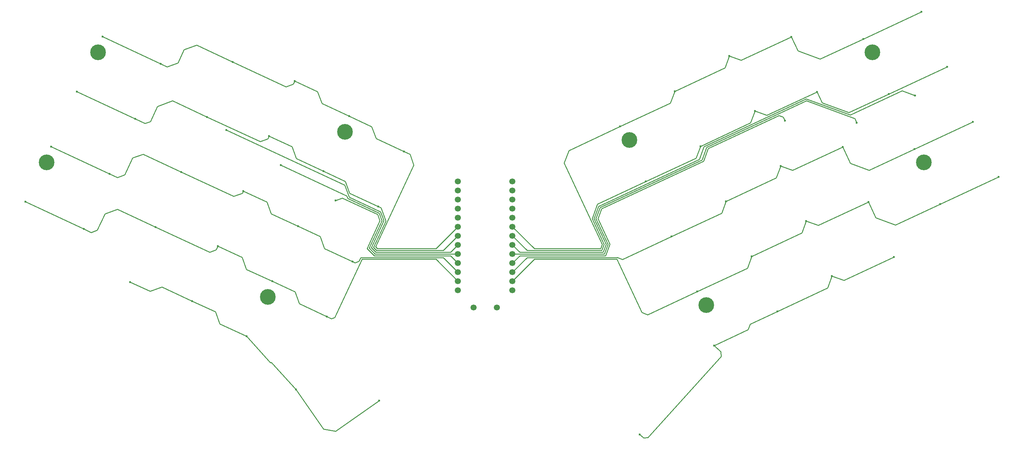
<source format=gtl>
%TF.GenerationSoftware,KiCad,Pcbnew,8.0.7*%
%TF.CreationDate,2024-12-23T04:42:48-05:00*%
%TF.ProjectId,choc,63686f63-2e6b-4696-9361-645f70636258,v1.0.0*%
%TF.SameCoordinates,Original*%
%TF.FileFunction,Copper,L1,Top*%
%TF.FilePolarity,Positive*%
%FSLAX46Y46*%
G04 Gerber Fmt 4.6, Leading zero omitted, Abs format (unit mm)*
G04 Created by KiCad (PCBNEW 8.0.7) date 2024-12-23 04:42:48*
%MOMM*%
%LPD*%
G01*
G04 APERTURE LIST*
%TA.AperFunction,ComponentPad*%
%ADD10C,0.600000*%
%TD*%
%TA.AperFunction,ComponentPad*%
%ADD11C,0.700000*%
%TD*%
%TA.AperFunction,ComponentPad*%
%ADD12C,4.400000*%
%TD*%
%TA.AperFunction,ComponentPad*%
%ADD13C,1.700000*%
%TD*%
%TA.AperFunction,Conductor*%
%ADD14C,0.250000*%
%TD*%
G04 APERTURE END LIST*
D10*
X257262276Y-141947846D03*
X151848323Y-129196381D03*
X167993293Y-179756645D03*
X271631297Y-172762313D03*
D11*
X272694739Y-177231620D03*
X272639655Y-175969968D03*
X273625817Y-178084794D03*
X274887469Y-178029710D03*
D12*
X274190149Y-176534300D03*
D11*
X273492829Y-175038890D03*
X274754481Y-174983806D03*
X275740643Y-177098632D03*
X275685559Y-175836980D03*
D10*
X334392485Y-94395975D03*
X332588307Y-117856521D03*
X159332066Y-200174575D03*
X326699882Y-163082388D03*
X127293721Y-139262256D03*
X287776264Y-122202046D03*
X309329799Y-168423748D03*
X305146351Y-116860691D03*
X182626949Y-203291502D03*
X272519269Y-132074946D03*
D13*
X219932598Y-141892014D03*
X219932597Y-144432014D03*
X219932599Y-146972014D03*
X219932598Y-149512014D03*
X219932598Y-152052016D03*
X219932598Y-154592014D03*
X219932595Y-157132013D03*
X219932598Y-159672016D03*
X219932599Y-162212015D03*
X219932599Y-164752015D03*
X219932598Y-167292015D03*
X219932598Y-169832017D03*
X219932598Y-172372014D03*
X204692598Y-172372016D03*
X204692599Y-169832016D03*
X204692597Y-167292016D03*
X204692598Y-164752016D03*
X204692598Y-162212014D03*
X204692598Y-159672016D03*
X204692601Y-157132017D03*
X204692598Y-154592014D03*
X204692597Y-152052015D03*
X204692597Y-149512015D03*
X204692598Y-146972015D03*
X204692598Y-144432013D03*
X204692598Y-141892016D03*
D10*
X276367242Y-187875524D03*
X325263457Y-117410332D03*
D13*
X209062591Y-177227013D03*
X215562591Y-177227017D03*
D10*
X107176622Y-139811893D03*
X144663811Y-144603617D03*
X145551785Y-185290978D03*
X355946020Y-140617671D03*
D11*
X319142390Y-106472409D03*
X319087306Y-105210757D03*
X320073468Y-107325583D03*
X321335120Y-107270499D03*
D12*
X320637800Y-105775089D03*
D11*
X319940480Y-104279679D03*
X321202132Y-104224595D03*
X322188294Y-106339421D03*
X322133210Y-105077769D03*
D10*
X155158298Y-137360120D03*
X250077766Y-126540613D03*
X167105317Y-139069277D03*
X90863079Y-132204768D03*
X114361129Y-124404664D03*
D11*
X102491981Y-105077766D03*
X102436898Y-106339418D03*
X103423059Y-104224593D03*
X104684711Y-104279676D03*
D12*
X103987391Y-105775086D03*
D11*
X103290071Y-107270496D03*
X104551723Y-107325579D03*
X105537884Y-105210754D03*
X105482801Y-106472406D03*
D10*
X130294792Y-175418077D03*
X339632477Y-148224797D03*
X312330863Y-132267920D03*
X141662746Y-108447792D03*
X319515372Y-147675154D03*
X294960780Y-137609282D03*
X279703781Y-147482180D03*
D11*
X149996175Y-173571213D03*
X149941092Y-174832865D03*
X150927253Y-172718040D03*
X152188905Y-172773123D03*
D12*
X151491585Y-174268533D03*
D11*
X150794265Y-175763943D03*
X152055917Y-175819026D03*
X153042078Y-173704201D03*
X152986995Y-174965853D03*
D10*
X318078943Y-102003103D03*
D11*
X88122959Y-135892232D03*
X88067876Y-137153884D03*
X89054037Y-135039059D03*
X90315689Y-135094142D03*
D12*
X89618369Y-136589552D03*
D11*
X88921049Y-138084962D03*
X90182701Y-138140045D03*
X91168862Y-136025220D03*
X91113779Y-137286872D03*
D10*
X134478233Y-123855024D03*
X120109212Y-154669485D03*
D11*
X171549704Y-127349515D03*
X171494621Y-128611167D03*
X172480782Y-126496342D03*
X173742434Y-126551425D03*
D12*
X173045114Y-128046835D03*
D11*
X172347794Y-129542245D03*
X173609446Y-129597328D03*
X174595607Y-127482503D03*
X174540524Y-128744155D03*
D10*
X98047588Y-116797535D03*
X280591753Y-106794816D03*
X255555207Y-212784189D03*
X99992106Y-155219129D03*
X294072802Y-178296643D03*
X105232097Y-101390308D03*
X316274760Y-125463652D03*
X297961840Y-101453457D03*
X189546819Y-133534949D03*
X137479302Y-160010850D03*
X341576997Y-109803206D03*
X152736291Y-169883749D03*
D11*
X251141208Y-131009920D03*
X251086124Y-129748268D03*
X252072286Y-131863094D03*
X253333938Y-131808010D03*
D12*
X252636618Y-130312600D03*
D11*
X251939298Y-128817190D03*
X253200950Y-128762106D03*
X254187112Y-130876932D03*
X254132028Y-129615280D03*
D10*
X332447966Y-132817567D03*
X121545642Y-108997430D03*
X296157662Y-124914013D03*
X302145291Y-153016515D03*
X159920804Y-154476514D03*
X348761504Y-125210436D03*
X182362310Y-148942182D03*
X286888290Y-162889410D03*
X264446790Y-157355081D03*
X139901301Y-127487220D03*
X265334762Y-116667713D03*
D11*
X333511411Y-137286872D03*
X333456327Y-136025220D03*
X334442489Y-138140046D03*
X335704141Y-138084962D03*
D12*
X335006821Y-136589552D03*
D11*
X334309501Y-135094142D03*
X335571153Y-135039058D03*
X336557315Y-137153884D03*
X336502231Y-135892232D03*
D10*
X83678565Y-147612006D03*
X159032828Y-113789150D03*
X112924701Y-170076719D03*
X174289826Y-123662046D03*
X170415290Y-147233013D03*
X175177801Y-164349411D03*
D14*
X244010966Y-148871814D02*
X244073463Y-148842670D01*
X273481944Y-132177734D02*
X302149195Y-118809977D01*
X314463079Y-123291863D02*
X328955077Y-116534134D01*
X302149195Y-118809977D02*
X314463079Y-123291863D01*
X246101787Y-159510181D02*
X245301032Y-161710236D01*
X244073463Y-148842670D02*
X272188075Y-135732613D01*
X221972597Y-161712015D02*
X245297214Y-161712016D01*
X244039833Y-148858353D02*
X242766331Y-152357273D01*
X245301032Y-161710236D02*
X245297214Y-161712016D01*
X219932598Y-159672016D02*
X221972597Y-161712015D01*
X272188075Y-135732613D02*
X273481944Y-132177734D01*
X328955077Y-116534134D02*
X332588307Y-117856521D01*
X242766331Y-152357273D02*
X246101787Y-159510181D01*
X244073463Y-148842670D02*
X244039833Y-148858353D01*
X274295004Y-132350287D02*
X273001135Y-135905165D01*
X219932600Y-162212016D02*
X245626921Y-162212017D01*
X246642468Y-159486575D02*
X245655306Y-162198780D01*
X302172802Y-119350658D02*
X274295004Y-132350287D01*
X273001135Y-135905165D02*
X244438845Y-149223979D01*
X315724196Y-124282962D02*
X302172802Y-119350658D01*
X245655306Y-162198780D02*
X245626921Y-162212017D01*
X243307012Y-152333668D02*
X246642468Y-159486575D01*
X244438845Y-149223979D02*
X243307012Y-152333668D01*
X316274760Y-125463652D02*
X315724196Y-124282962D01*
X221972600Y-162712016D02*
X246001776Y-162712016D01*
X219932599Y-164752016D02*
X221972600Y-162712016D01*
X296157662Y-124914013D02*
X295685612Y-123901702D01*
X274694016Y-132715915D02*
X273400147Y-136270792D01*
X273400147Y-136270792D02*
X244885794Y-149567253D01*
X294512114Y-123474584D02*
X274694016Y-132715915D01*
X243870046Y-152357998D02*
X247192266Y-159482520D01*
X247174139Y-159490973D02*
X246001776Y-162712016D01*
X295685612Y-123901702D02*
X294512114Y-123474584D01*
X247192266Y-159482520D02*
X247174139Y-159490973D01*
X244885794Y-149567253D02*
X243870046Y-152357998D01*
X204692597Y-159672017D02*
X202652600Y-161712015D01*
X174246775Y-146332559D02*
X182586132Y-150221264D01*
X182586132Y-150221264D02*
X182980961Y-150405378D01*
X183941334Y-152946586D02*
X183621210Y-152067057D01*
X180439612Y-160456052D02*
X183941334Y-152946586D01*
X180439612Y-160476051D02*
X180439612Y-160456052D01*
X173006280Y-142924327D02*
X174246775Y-146332559D01*
X183621210Y-152067057D02*
X183023655Y-150425284D01*
X202652600Y-161712015D02*
X181675574Y-161712014D01*
X139901301Y-127487220D02*
X173006280Y-142924327D01*
X183023655Y-150425284D02*
X182586132Y-150221264D01*
X181675574Y-161712014D02*
X180439612Y-160476051D01*
X181468470Y-162212015D02*
X179834111Y-160577656D01*
X173691586Y-146269085D02*
X173574651Y-145947808D01*
X204692598Y-162212015D02*
X181468470Y-162212015D01*
X173847763Y-146698187D02*
X173691583Y-146269085D01*
X182624642Y-150790911D02*
X173847763Y-146698187D01*
X179831218Y-160577656D02*
X183400653Y-152922979D01*
X173691583Y-146269085D02*
X173691586Y-146269085D01*
X179834111Y-160577656D02*
X179831218Y-160577656D01*
X183400653Y-152922979D02*
X182624642Y-150790911D01*
X173574651Y-145947808D02*
X155158298Y-137360120D01*
X170415290Y-147233013D02*
X172322758Y-146538751D01*
X179331217Y-160777657D02*
X179232365Y-160678805D01*
X204692600Y-164752017D02*
X202652597Y-162712013D01*
X179331218Y-160784764D02*
X181258467Y-162712015D01*
X179331218Y-160784764D02*
X179331217Y-160777657D01*
X172322758Y-146538751D02*
X182204884Y-151146865D01*
X181258467Y-162712015D02*
X202652597Y-162712013D01*
X179232363Y-160678804D02*
X179232365Y-160678805D01*
X179232363Y-160678804D02*
X182850297Y-152920122D01*
X182204884Y-151146865D02*
X182850297Y-152920122D01*
X204692601Y-169832017D02*
X198572596Y-163712015D01*
X167993293Y-179756645D02*
X169283406Y-180358234D01*
X99992106Y-155219129D02*
X102079987Y-156192723D01*
X103774827Y-155575852D02*
X105927919Y-150958526D01*
X137479302Y-160010850D02*
X136997916Y-161043190D01*
X109422997Y-149686422D02*
X120109212Y-154669485D01*
X159075384Y-172839715D02*
X152736291Y-169883749D01*
X83678565Y-147612006D02*
X99992102Y-155219130D01*
X145517020Y-166517349D02*
X152736291Y-169883749D01*
X102079987Y-156192723D02*
X103774827Y-155575852D01*
X169283406Y-180358234D02*
X170200273Y-180024521D01*
X160284606Y-176162026D02*
X159075384Y-172839715D01*
X135189329Y-161701461D02*
X120109212Y-154669485D01*
X167993293Y-179756645D02*
X160284606Y-176162026D01*
X136997916Y-161043190D02*
X135189329Y-161701461D01*
X170200273Y-180024521D02*
X170209336Y-180028747D01*
X137479302Y-160010850D02*
X144307794Y-163195029D01*
X170209336Y-180028747D02*
X177810805Y-163727346D01*
X177810805Y-163727346D02*
X177852926Y-163712014D01*
X177852926Y-163712014D02*
X198572596Y-163712015D01*
X99992102Y-155219130D02*
X99992106Y-155219129D01*
X144307794Y-163195029D02*
X145517020Y-166517349D01*
X105927919Y-150958526D02*
X109422997Y-149686422D01*
X188981012Y-163212016D02*
X177527970Y-163212014D01*
X159920804Y-154476514D02*
X166096757Y-157356407D01*
X176995632Y-164292387D02*
X177493581Y-163224532D01*
X144663811Y-144603617D02*
X144378691Y-145215061D01*
X144663811Y-144603617D02*
X151247600Y-147673690D01*
X113672838Y-135343300D02*
X111458318Y-140092354D01*
X200612594Y-163212016D02*
X188981012Y-163212016D01*
X152456824Y-150996002D02*
X159920804Y-154476514D01*
X144378691Y-145215061D02*
X144373622Y-145212696D01*
X107176614Y-139811894D02*
X107176622Y-139811893D01*
X177493581Y-163224532D02*
X177527970Y-163212014D01*
X144373622Y-145212696D02*
X141947873Y-146095597D01*
X166096757Y-157356407D02*
X167305978Y-160678719D01*
X175906004Y-164688978D02*
X176995632Y-164292387D01*
X116602661Y-134276932D02*
X113672838Y-135343300D01*
X204692596Y-167292016D02*
X200612594Y-163212016D01*
X109391387Y-140844653D02*
X107176622Y-139811893D01*
X175177801Y-164349411D02*
X175906004Y-164688978D01*
X127293721Y-139262256D02*
X116602661Y-134276932D01*
X151247600Y-147673690D02*
X152456824Y-150996002D01*
X167305978Y-160678719D02*
X175177801Y-164349411D01*
X111458318Y-140092354D02*
X109391387Y-140844653D01*
X90863079Y-132204768D02*
X107176614Y-139811894D01*
X141947873Y-146095597D02*
X127293721Y-139262256D01*
X114361130Y-124404664D02*
X114361129Y-124404664D01*
X120588194Y-120891869D02*
X118614564Y-125124325D01*
X134478233Y-123855024D02*
X124820362Y-119351485D01*
X151472588Y-130002148D02*
X149331770Y-130781343D01*
X182362310Y-148942182D02*
X183149549Y-149309275D01*
X181045287Y-160361726D02*
X181035286Y-160361726D01*
X151848323Y-129196381D02*
X151472588Y-130002148D01*
X183149549Y-149309275D02*
X184482013Y-152970193D01*
X182365874Y-161212016D02*
X181895576Y-161212014D01*
X158232721Y-132173473D02*
X159441947Y-135495793D01*
X181895576Y-161212014D02*
X181045287Y-160361726D01*
X159441947Y-135495793D02*
X167105317Y-139069277D01*
X204692601Y-157132018D02*
X200612602Y-161212015D01*
X151848323Y-129196381D02*
X158232721Y-132173473D01*
X98047588Y-116797535D02*
X114361130Y-124404664D01*
X149331770Y-130781343D02*
X134478233Y-123855024D01*
X167105317Y-139069277D02*
X173163447Y-141894234D01*
X181035286Y-160361726D02*
X184482013Y-152970193D01*
X174372672Y-145216551D02*
X182362310Y-148942182D01*
X118614564Y-125124325D02*
X117092486Y-125678317D01*
X124820362Y-119351485D02*
X120588194Y-120891869D01*
X182365874Y-161212016D02*
X200612602Y-161212015D01*
X117092486Y-125678317D02*
X114361129Y-124404664D01*
X173163447Y-141894234D02*
X174372672Y-145216551D01*
X131569844Y-103741395D02*
X128055297Y-105020585D01*
X123298189Y-109814656D02*
X121545642Y-108997430D01*
X191326910Y-134552665D02*
X192332986Y-137316832D01*
X174289826Y-123662046D02*
X166608331Y-120080106D01*
X105232097Y-101390308D02*
X121545627Y-108997434D01*
X191244653Y-134326661D02*
X191326910Y-134552665D01*
X182105575Y-160712014D02*
X181640500Y-160246939D01*
X159032828Y-113789150D02*
X158627513Y-114658359D01*
X181756571Y-129902296D02*
X180547343Y-126579973D01*
X158627513Y-114658359D02*
X156579721Y-115403692D01*
X180547343Y-126579973D02*
X174289826Y-123662046D01*
X181640500Y-160246939D02*
X192332986Y-137316832D01*
X189546819Y-133534949D02*
X181756571Y-129902296D01*
X126335239Y-108709258D02*
X123298189Y-109814656D01*
X188451012Y-160712014D02*
X182105575Y-160712014D01*
X189546819Y-133534949D02*
X191244653Y-134326661D01*
X198572599Y-160712016D02*
X188451012Y-160712014D01*
X128055297Y-105020585D02*
X126335239Y-108709258D01*
X166608331Y-120080106D02*
X165399107Y-116757791D01*
X121545627Y-108997434D02*
X121545642Y-108997430D01*
X204692598Y-154592015D02*
X198572599Y-160712016D01*
X141662746Y-108447792D02*
X156579721Y-115403692D01*
X141662746Y-108447792D02*
X131569844Y-103741395D01*
X165399107Y-116757791D02*
X159032828Y-113789150D01*
X145551785Y-185290978D02*
X152132096Y-192599155D01*
X152529897Y-192620001D02*
X159332066Y-200174575D01*
X130294792Y-175418077D02*
X121842311Y-171476621D01*
X136797009Y-178450109D02*
X130294792Y-175418077D01*
X138006236Y-181772433D02*
X136797009Y-178450109D01*
X118519996Y-172685846D02*
X112924701Y-170076719D01*
X170419924Y-211838952D02*
X167088194Y-211251478D01*
X167088194Y-211251478D02*
X159332066Y-200174575D01*
X121842311Y-171476621D02*
X118519996Y-172685846D01*
X182626949Y-203291502D02*
X170419924Y-211838952D01*
X145551785Y-185290978D02*
X138006236Y-181772433D01*
X152132096Y-192599155D02*
X152529897Y-192620001D01*
X339632483Y-148224799D02*
X339632477Y-148224797D01*
X305467600Y-154225737D02*
X319515372Y-147675154D01*
X271631297Y-172762313D02*
X257780157Y-179221205D01*
X327104545Y-154066668D02*
X321553679Y-152046318D01*
X321553679Y-152046318D02*
X319515372Y-147675154D01*
X355946020Y-140617671D02*
X339632483Y-148224799D01*
X256113737Y-178614678D02*
X249177853Y-163740626D01*
X219932598Y-169832017D02*
X226052598Y-163712017D01*
X302145291Y-153016515D02*
X305467600Y-154225737D01*
X249177853Y-163740626D02*
X249099247Y-163712016D01*
X226052598Y-163712017D02*
X249099247Y-163712016D01*
X300936069Y-156338823D02*
X302145291Y-153016515D01*
X285679065Y-166211731D02*
X286888290Y-162889410D01*
X339632477Y-148224797D02*
X327104545Y-154066668D01*
X271631297Y-172762313D02*
X285679065Y-166211731D01*
X257780157Y-179221205D02*
X256113737Y-178614678D01*
X286888290Y-162889410D02*
X300936069Y-156338823D01*
X348761504Y-125210436D02*
X332447967Y-132817563D01*
X298283091Y-138818504D02*
X312330863Y-132267920D01*
X332447967Y-132817563D02*
X332447966Y-132817567D01*
X264446790Y-157355081D02*
X278494556Y-150804500D01*
X264446790Y-157355081D02*
X250728005Y-163752255D01*
X294960780Y-137609282D02*
X298283091Y-138818504D01*
X314474826Y-136865663D02*
X319693460Y-138765091D01*
X319693460Y-138765091D02*
X332447966Y-132817567D01*
X249230972Y-163207379D02*
X250728005Y-163752255D01*
X293751558Y-140931594D02*
X294960780Y-137609282D01*
X224012598Y-163212016D02*
X249221034Y-163212014D01*
X219932599Y-167292015D02*
X224012598Y-163212016D01*
X278494556Y-150804500D02*
X279703781Y-147482180D01*
X312330863Y-132267920D02*
X314474826Y-136865663D01*
X249221034Y-163212014D02*
X249230972Y-163207379D01*
X279703781Y-147482180D02*
X293751558Y-140931594D01*
X219932597Y-157132014D02*
X224012599Y-161212017D01*
X341576997Y-109803206D02*
X325263461Y-117410333D01*
X244963679Y-161175203D02*
X244884734Y-161212015D01*
X272519269Y-132074946D02*
X286567040Y-125524363D01*
X287776264Y-122202046D02*
X291098585Y-123411272D01*
X224012599Y-161212017D02*
X244884734Y-161212015D01*
X242212189Y-152352011D02*
X245561106Y-159533787D01*
X245561106Y-159533787D02*
X244963679Y-161175203D01*
X314085922Y-122622502D02*
X306554956Y-119881454D01*
X257262276Y-141947846D02*
X271310044Y-135397265D01*
X325263461Y-117410333D02*
X325263457Y-117410332D01*
X243696599Y-148273626D02*
X242212189Y-152352011D01*
X257262276Y-141947846D02*
X243696599Y-148273626D01*
X286567040Y-125524363D02*
X287776264Y-122202046D01*
X291098585Y-123411272D02*
X305146351Y-116860691D01*
X325263457Y-117410332D02*
X314085922Y-122622502D01*
X306554956Y-119881454D02*
X305146351Y-116860691D01*
X271310044Y-135397265D02*
X272519269Y-132074946D01*
X264125539Y-119990030D02*
X265334762Y-116667713D01*
X265334762Y-116667713D02*
X279382528Y-110117131D01*
X219932599Y-154592015D02*
X226052599Y-160712017D01*
X250077766Y-126540613D02*
X264125539Y-119990030D01*
X318078944Y-102003104D02*
X318078943Y-102003103D01*
X318078943Y-102003103D02*
X306022296Y-107625210D01*
X280591753Y-106794816D02*
X283914069Y-108004040D01*
X279382528Y-110117131D02*
X280591753Y-106794816D01*
X235693790Y-133247970D02*
X234404254Y-136790944D01*
X306022296Y-107625210D02*
X299780386Y-105353340D01*
X226052599Y-160712017D02*
X244600177Y-160712017D01*
X334392485Y-94395975D02*
X318078944Y-102003104D01*
X245020425Y-159557395D02*
X244600177Y-160712017D01*
X299780386Y-105353340D02*
X297961840Y-101453457D01*
X234404254Y-136790944D02*
X245020425Y-159557395D01*
X283914069Y-108004040D02*
X297961840Y-101453457D01*
X250077766Y-126540613D02*
X235693790Y-133247970D01*
X286449883Y-181851269D02*
X285870075Y-183444280D01*
X256602573Y-213727241D02*
X255555207Y-212784189D01*
X308120577Y-171746058D02*
X309329799Y-168423748D01*
X278321000Y-190928946D02*
X257852295Y-213661746D01*
X285870075Y-183444280D02*
X276367242Y-187875524D01*
X276367242Y-187875524D02*
X278249810Y-189570598D01*
X278249810Y-189570598D02*
X278321000Y-190928946D01*
X309329799Y-168423748D02*
X312652112Y-169632971D01*
X312652112Y-169632971D02*
X326699882Y-163082388D01*
X294072802Y-178296643D02*
X308120577Y-171746058D01*
X257852295Y-213661746D02*
X256602573Y-213727241D01*
X294072802Y-178296643D02*
X286449883Y-181851269D01*
M02*

</source>
